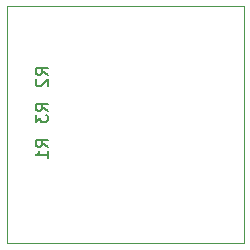
<source format=gbr>
G04 #@! TF.GenerationSoftware,KiCad,Pcbnew,(5.99.0-11522-g728b160719)*
G04 #@! TF.CreationDate,2021-08-06T10:01:32+10:00*
G04 #@! TF.ProjectId,OLED Deligate,4f4c4544-2044-4656-9c69-676174652e6b,rev?*
G04 #@! TF.SameCoordinates,Original*
G04 #@! TF.FileFunction,Legend,Bot*
G04 #@! TF.FilePolarity,Positive*
%FSLAX46Y46*%
G04 Gerber Fmt 4.6, Leading zero omitted, Abs format (unit mm)*
G04 Created by KiCad (PCBNEW (5.99.0-11522-g728b160719)) date 2021-08-06 10:01:32*
%MOMM*%
%LPD*%
G01*
G04 APERTURE LIST*
G04 #@! TA.AperFunction,Profile*
%ADD10C,0.100000*%
G04 #@! TD*
%ADD11C,0.150000*%
G04 APERTURE END LIST*
D10*
X143027000Y-94107000D02*
X122961000Y-94107000D01*
X122961000Y-94107000D02*
X122961000Y-74041000D01*
X122961000Y-74041000D02*
X143027000Y-74041000D01*
X143027000Y-74041000D02*
X143027000Y-94107000D01*
D11*
G04 #@! TO.C,R3*
X126436380Y-82891333D02*
X125960190Y-82558000D01*
X126436380Y-82319904D02*
X125436380Y-82319904D01*
X125436380Y-82700857D01*
X125484000Y-82796095D01*
X125531619Y-82843714D01*
X125626857Y-82891333D01*
X125769714Y-82891333D01*
X125864952Y-82843714D01*
X125912571Y-82796095D01*
X125960190Y-82700857D01*
X125960190Y-82319904D01*
X125436380Y-83224666D02*
X125436380Y-83843714D01*
X125817333Y-83510380D01*
X125817333Y-83653238D01*
X125864952Y-83748476D01*
X125912571Y-83796095D01*
X126007809Y-83843714D01*
X126245904Y-83843714D01*
X126341142Y-83796095D01*
X126388761Y-83748476D01*
X126436380Y-83653238D01*
X126436380Y-83367523D01*
X126388761Y-83272285D01*
X126341142Y-83224666D01*
G04 #@! TO.C,R2*
X126436380Y-79843333D02*
X125960190Y-79510000D01*
X126436380Y-79271904D02*
X125436380Y-79271904D01*
X125436380Y-79652857D01*
X125484000Y-79748095D01*
X125531619Y-79795714D01*
X125626857Y-79843333D01*
X125769714Y-79843333D01*
X125864952Y-79795714D01*
X125912571Y-79748095D01*
X125960190Y-79652857D01*
X125960190Y-79271904D01*
X125531619Y-80224285D02*
X125484000Y-80271904D01*
X125436380Y-80367142D01*
X125436380Y-80605238D01*
X125484000Y-80700476D01*
X125531619Y-80748095D01*
X125626857Y-80795714D01*
X125722095Y-80795714D01*
X125864952Y-80748095D01*
X126436380Y-80176666D01*
X126436380Y-80795714D01*
G04 #@! TO.C,R1*
X126436380Y-85939333D02*
X125960190Y-85606000D01*
X126436380Y-85367904D02*
X125436380Y-85367904D01*
X125436380Y-85748857D01*
X125484000Y-85844095D01*
X125531619Y-85891714D01*
X125626857Y-85939333D01*
X125769714Y-85939333D01*
X125864952Y-85891714D01*
X125912571Y-85844095D01*
X125960190Y-85748857D01*
X125960190Y-85367904D01*
X126436380Y-86891714D02*
X126436380Y-86320285D01*
X126436380Y-86606000D02*
X125436380Y-86606000D01*
X125579238Y-86510761D01*
X125674476Y-86415523D01*
X125722095Y-86320285D01*
G04 #@! TD*
M02*

</source>
